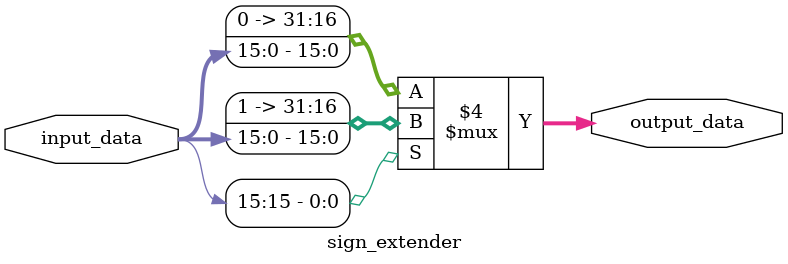
<source format=sv>
module sign_extender(
    input logic [15:0] input_data, //  (16 bits)
    output logic [31:0] output_data // (32 bits)
);

    // Sign extend logic
    always_comb begin
        if (input_data[15] == 1'b1) // If the sign bit is 1 - it is negative
            output_data = {{16{1'b1}}, input_data};
        else // If the sign bit is 0 (positive or zero)
            output_data = {{16{1'b0}}, input_data};
    end

endmodule


</source>
